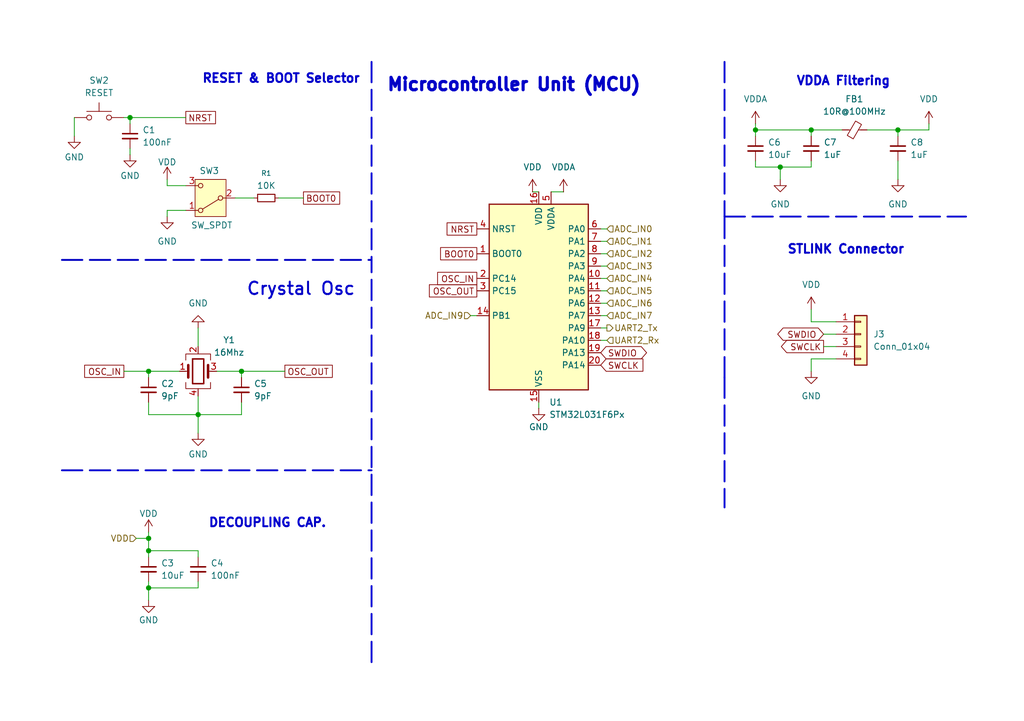
<source format=kicad_sch>
(kicad_sch (version 20250114) (generator "eeschema") (generator_version "9.0")
  (paper "A5")
  (lib_symbols
    (symbol "Connector_Generic:Conn_01x04" (pin_names (offset 1.016) (hide yes))
      (property "Reference" "J" (at 0 5.08 0))
      (property "Value" "Conn_01x04" (at 0 -7.62 0))
      (symbol "Conn_01x04_1_1"
        (rectangle (start -1.27 3.81) (end 1.27 -6.35) (stroke (width 0.254)) (fill (type background)))
        (rectangle (start -1.27 2.667) (end 0 2.413) (stroke (width 0.1524)))
        (rectangle (start -1.27 0.127) (end 0 -0.127) (stroke (width 0.1524)))
        (rectangle (start -1.27 -2.413) (end 0 -2.667) (stroke (width 0.1524)))
        (rectangle (start -1.27 -4.953) (end 0 -5.207) (stroke (width 0.1524)))
        (pin passive line (at -5.08 2.54 0) (length 3.81) (name "Pin_1") (number "1"))
        (pin passive line (at -5.08 0 0) (length 3.81) (name "Pin_2") (number "2"))
        (pin passive line (at -5.08 -2.54 0) (length 3.81) (name "Pin_3") (number "3"))
        (pin passive line (at -5.08 -5.08 0) (length 3.81) (name "Pin_4") (number "4"))
      )
    )
    (symbol "Device:C_Small" (pin_numbers (hide yes)) (pin_names (offset 0.254) (hide yes))
      (property "Reference" "C" (at 0.254 1.778 0))
      (property "Value" "C_Small" (at 0.254 -2.032 0))
      (symbol "C_Small_0_1"
        (polyline (pts (xy -1.524 0.508) (xy 1.524 0.508)) (stroke (width 0.3048)))
        (polyline (pts (xy -1.524 -0.508) (xy 1.524 -0.508)) (stroke (width 0.3302)))
      )
      (symbol "C_Small_1_1"
        (pin passive line (at 0 2.54 270) (length 2.032) (name "~") (number "1"))
        (pin passive line (at 0 -2.54 90) (length 2.032) (name "~") (number "2"))
      )
    )
    (symbol "Device:Crystal_GND24" (pin_names (offset 1.016) (hide yes))
      (property "Reference" "Y" (at 3.175 5.08 0))
      (property "Value" "Crystal_GND24" (at 3.175 3.175 0))
      (symbol "Crystal_GND24_0_1"
        (polyline (pts (xy -2.54 2.286) (xy -2.54 3.556) (xy 2.54 3.556) (xy 2.54 2.286)))
        (polyline (pts (xy -2.54 0) (xy -2.032 0)))
        (polyline (pts (xy -2.54 -2.286) (xy -2.54 -3.556) (xy 2.54 -3.556) (xy 2.54 -2.286)))
        (polyline (pts (xy -2.032 -1.27) (xy -2.032 1.27)) (stroke (width 0.508)))
        (rectangle (start -1.143 2.54) (end 1.143 -2.54) (stroke (width 0.3048)))
        (polyline (pts (xy 0 3.556) (xy 0 3.81)))
        (polyline (pts (xy 0 -3.81) (xy 0 -3.556)))
        (polyline (pts (xy 2.032 0) (xy 2.54 0)))
        (polyline (pts (xy 2.032 -1.27) (xy 2.032 1.27)) (stroke (width 0.508)))
      )
      (symbol "Crystal_GND24_1_1"
        (pin passive line (at -3.81 0 0) (length 1.27) (name "1") (number "1"))
        (pin passive line (at 0 5.08 270) (length 1.27) (name "2") (number "2"))
        (pin passive line (at 0 -5.08 90) (length 1.27) (name "4") (number "4"))
        (pin passive line (at 3.81 0 180) (length 1.27) (name "3") (number "3"))
      )
    )
    (symbol "Device:FerriteBead_Small" (pin_numbers (hide yes)) (pin_names (offset 0))
      (property "Reference" "FB" (at 1.905 1.27 0))
      (property "Value" "FerriteBead_Small" (at 1.905 -1.27 0))
      (symbol "FerriteBead_Small_0_1"
        (polyline (pts (xy -1.8288 0.2794) (xy -1.1176 1.4986) (xy 1.8288 -0.2032) (xy 1.1176 -1.4224) (xy -1.8288 0.2794)))
        (polyline (pts (xy 0 0.889) (xy 0 1.2954)))
        (polyline (pts (xy 0 -1.27) (xy 0 -0.7874)))
      )
      (symbol "FerriteBead_Small_1_1"
        (pin passive line (at 0 2.54 270) (length 1.27) (name "~") (number "1"))
        (pin passive line (at 0 -2.54 90) (length 1.27) (name "~") (number "2"))
      )
    )
    (symbol "Device:R_Small" (pin_numbers (hide yes)) (pin_names (offset 0.254) (hide yes))
      (property "Reference" "R" (at 0 0 90))
      (property "Value" "R_Small" (at 1.778 0 90))
      (symbol "R_Small_0_1"
        (rectangle (start -0.762 1.778) (end 0.762 -1.778) (stroke (width 0.2032)))
      )
      (symbol "R_Small_1_1"
        (pin passive line (at 0 2.54 270) (length 0.762) (name "~") (number "1"))
        (pin passive line (at 0 -2.54 90) (length 0.762) (name "~") (number "2"))
      )
    )
    (symbol "MCU_ST_STM32L0:STM32L031F6Px"
      (property "Reference" "U" (at -10.16 21.59 0))
      (property "Value" "STM32L031F6Px" (at 5.08 21.59 0))
      (symbol "STM32L031F6Px_0_1"
        (rectangle (start -10.16 -17.78) (end 10.16 20.32) (stroke (width 0.254)) (fill (type background)))
      )
      (symbol "STM32L031F6Px_1_1"
        (pin input line (at -12.7 15.24 0) (length 2.54) (name "NRST") (number "4"))
        (pin input line (at -12.7 10.16 0) (length 2.54) (name "BOOT0") (number "1"))
        (pin bidirectional line (at -12.7 5.08 0) (length 2.54) (name "PC14") (number "2"))
        (pin bidirectional line (at -12.7 2.54 0) (length 2.54) (name "PC15") (number "3"))
        (pin bidirectional line (at -12.7 -2.54 0) (length 2.54) (name "PB1") (number "14"))
        (pin power_in line (at 0 22.86 270) (length 2.54) (name "VDD") (number "16"))
        (pin power_in line (at 0 -20.32 90) (length 2.54) (name "VSS") (number "15"))
        (pin power_in line (at 2.54 22.86 270) (length 2.54) (name "VDDA") (number "5"))
        (pin bidirectional line (at 12.7 15.24 180) (length 2.54) (name "PA0") (number "6"))
        (pin bidirectional line (at 12.7 12.7 180) (length 2.54) (name "PA1") (number "7"))
        (pin bidirectional line (at 12.7 10.16 180) (length 2.54) (name "PA2") (number "8"))
        (pin bidirectional line (at 12.7 7.62 180) (length 2.54) (name "PA3") (number "9"))
        (pin bidirectional line (at 12.7 5.08 180) (length 2.54) (name "PA4") (number "10"))
        (pin bidirectional line (at 12.7 2.54 180) (length 2.54) (name "PA5") (number "11"))
        (pin bidirectional line (at 12.7 0 180) (length 2.54) (name "PA6") (number "12"))
        (pin bidirectional line (at 12.7 -2.54 180) (length 2.54) (name "PA7") (number "13"))
        (pin bidirectional line (at 12.7 -5.08 180) (length 2.54) (name "PA9") (number "17"))
        (pin bidirectional line (at 12.7 -7.62 180) (length 2.54) (name "PA10") (number "18"))
        (pin bidirectional line (at 12.7 -10.16 180) (length 2.54) (name "PA13") (number "19"))
        (pin bidirectional line (at 12.7 -12.7 180) (length 2.54) (name "PA14") (number "20"))
      )
    )
    (symbol "Switch:SW_Push" (pin_numbers (hide yes)) (pin_names (offset 1.016) (hide yes))
      (property "Reference" "SW" (at 1.27 2.54 0))
      (property "Value" "SW_Push" (at 0 -1.524 0))
      (symbol "SW_Push_0_1"
        (circle (center -2.032 0) (radius 0.508))
        (polyline (pts (xy 0 1.27) (xy 0 3.048)))
        (circle (center 2.032 0) (radius 0.508))
        (polyline (pts (xy 2.54 1.27) (xy -2.54 1.27)))
        (pin passive line (at -5.08 0 0) (length 2.54) (name "1") (number "1"))
        (pin passive line (at 5.08 0 180) (length 2.54) (name "2") (number "2"))
      )
    )
    (symbol "Switch:SW_SPDT" (pin_names (offset 0) (hide yes))
      (property "Reference" "SW" (at 0 5.08 0))
      (property "Value" "SW_SPDT" (at 0 -5.08 0))
      (symbol "SW_SPDT_0_1"
        (circle (center -2.032 0) (radius 0.4572))
        (polyline (pts (xy -1.651 0.254) (xy 1.651 2.286)))
        (circle (center 2.032 2.54) (radius 0.4572))
        (circle (center 2.032 -2.54) (radius 0.4572))
      )
      (symbol "SW_SPDT_1_1"
        (rectangle (start -3.175 3.81) (end 3.175 -3.81) (fill (type background)))
        (pin passive line (at -5.08 0 0) (length 2.54) (name "B") (number "2"))
        (pin passive line (at 5.08 2.54 180) (length 2.54) (name "A") (number "1"))
        (pin passive line (at 5.08 -2.54 180) (length 2.54) (name "C") (number "3"))
      )
    )
    (symbol "power:GND" (power) (pin_numbers (hide yes)) (pin_names (offset 0) (hide yes))
      (property "Value" "GND" (at 0 -3.81 0))
      (symbol "GND_0_1"
        (polyline (pts (xy 0 0) (xy 0 -1.27) (xy 1.27 -1.27) (xy 0 -2.54) (xy -1.27 -1.27) (xy 0 -1.27)))
      )
      (symbol "GND_1_1"
        (pin power_in line (at 0 0 270) (length 0) (name "~") (number "1"))
      )
    )
    (symbol "power:VDD" (power) (pin_numbers (hide yes)) (pin_names (offset 0) (hide yes))
      (property "Value" "VDD" (at 0 3.556 0))
      (symbol "VDD_0_1"
        (polyline (pts (xy -0.762 1.27) (xy 0 2.54)))
        (polyline (pts (xy 0 2.54) (xy 0.762 1.27)))
        (polyline (pts (xy 0 0) (xy 0 2.54)))
      )
      (symbol "VDD_1_1"
        (pin power_in line (at 0 0 90) (length 0) (name "~") (number "1"))
      )
    )
    (symbol "power:VDDA" (power) (pin_numbers (hide yes)) (pin_names (offset 0) (hide yes))
      (property "Value" "VDDA" (at 0 3.556 0))
      (symbol "VDDA_0_1"
        (polyline (pts (xy -0.762 1.27) (xy 0 2.54)))
        (polyline (pts (xy 0 2.54) (xy 0.762 1.27)))
        (polyline (pts (xy 0 0) (xy 0 2.54)))
      )
      (symbol "VDDA_1_1"
        (pin power_in line (at 0 0 90) (length 0) (name "~") (number "1"))
      )
    )
  )
  (text "VDDA Filtering" (at 172.974 16.764 0) (effects (font (size 1.778 1.778) (thickness 0.4064) (bold yes))))
  (text "Crystal Osc\n" (at 61.722 59.436 0) (effects (font (size 2.54 2.54) (thickness 0.4064) (bold yes))))
  (text "DECOUPLING CAP.\n" (at 54.864 107.442 0) (effects (font (size 1.778 1.778) (thickness 0.4064) (bold yes))))
  (text "RESET & BOOT Selector" (at 57.658 16.256 0) (effects (font (size 1.778 1.778) (thickness 0.4064) (bold yes))))
  (text "Microcontroller Unit (MCU)" (at 105.41 17.526 0) (effects (font (size 2.54 2.54) (thickness 0.762) (bold yes))))
  (text "STLINK Connector" (at 173.482 51.308 0) (effects (font (size 1.778 1.778) (thickness 0.4064) (bold yes))))
  (junction (at 40.64 85.09))
  (junction (at 184.15 26.67))
  (junction (at 30.48 76.2))
  (junction (at 160.02 34.29))
  (junction (at 30.48 110.49))
  (junction (at 26.67 24.13))
  (junction (at 166.37 26.67))
  (junction (at 154.94 26.67))
  (junction (at 30.48 120.65))
  (junction (at 30.48 113.03))
  (junction (at 49.53 76.2))
  (wire (pts (xy 124.46 64.77) (xy 123.19 64.77)))
  (wire (pts (xy 154.94 27.94) (xy 154.94 26.67)))
  (polyline (pts (xy 148.59 77.47) (xy 148.59 104.14)) (stroke (width 0.381) (type dash)))
  (wire (pts (xy 124.46 67.31) (xy 123.19 67.31)))
  (wire (pts (xy 154.94 26.67) (xy 154.94 25.4)))
  (wire (pts (xy 177.8 26.67) (xy 184.15 26.67)))
  (wire (pts (xy 27.94 110.49) (xy 30.48 110.49)))
  (wire (pts (xy 34.29 38.1) (xy 38.1 38.1)))
  (wire (pts (xy 15.24 24.13) (xy 15.24 27.94)))
  (wire (pts (xy 40.64 120.65) (xy 40.64 119.38)))
  (polyline (pts (xy 12.7 96.52) (xy 76.2 96.52)) (stroke (width 0.381) (type dash)))
  (wire (pts (xy 154.94 34.29) (xy 154.94 33.02)))
  (polyline (pts (xy 76.2 12.7) (xy 76.2 53.34)) (stroke (width 0.381) (type dash)))
  (wire (pts (xy 34.29 44.45) (xy 34.29 43.18)))
  (wire (pts (xy 96.52 64.77) (xy 97.79 64.77)))
  (wire (pts (xy 30.48 110.49) (xy 30.48 113.03)))
  (wire (pts (xy 25.4 24.13) (xy 26.67 24.13)))
  (wire (pts (xy 166.37 66.04) (xy 171.45 66.04)))
  (wire (pts (xy 160.02 34.29) (xy 154.94 34.29)))
  (polyline (pts (xy 12.7 53.34) (xy 76.2 53.34)) (stroke (width 0.381) (type dash)))
  (wire (pts (xy 166.37 34.29) (xy 166.37 33.02)))
  (wire (pts (xy 124.46 59.69) (xy 123.19 59.69)))
  (wire (pts (xy 30.48 109.22) (xy 30.48 110.49)))
  (polyline (pts (xy 148.59 12.7) (xy 148.59 44.45)) (stroke (width 0.381) (type dash)))
  (wire (pts (xy 30.48 120.65) (xy 40.64 120.65)))
  (wire (pts (xy 49.53 76.2) (xy 58.42 76.2)))
  (wire (pts (xy 110.49 83.82) (xy 110.49 82.55)))
  (wire (pts (xy 30.48 113.03) (xy 40.64 113.03)))
  (wire (pts (xy 166.37 63.5) (xy 166.37 66.04)))
  (wire (pts (xy 160.02 34.29) (xy 166.37 34.29)))
  (wire (pts (xy 30.48 120.65) (xy 30.48 119.38)))
  (wire (pts (xy 48.26 40.64) (xy 52.07 40.64)))
  (wire (pts (xy 115.57 39.37) (xy 113.03 39.37)))
  (wire (pts (xy 184.15 26.67) (xy 190.5 26.67)))
  (wire (pts (xy 124.46 54.61) (xy 123.19 54.61)))
  (wire (pts (xy 40.64 113.03) (xy 40.64 114.3)))
  (wire (pts (xy 40.64 88.9) (xy 40.64 85.09)))
  (wire (pts (xy 160.02 36.83) (xy 160.02 34.29)))
  (polyline (pts (xy 148.59 77.47) (xy 148.59 44.45)) (stroke (width 0.381) (type dash)))
  (wire (pts (xy 168.91 71.12) (xy 171.45 71.12)))
  (wire (pts (xy 124.46 46.99) (xy 123.19 46.99)))
  (wire (pts (xy 168.91 68.58) (xy 171.45 68.58)))
  (wire (pts (xy 166.37 26.67) (xy 172.72 26.67)))
  (wire (pts (xy 30.48 77.47) (xy 30.48 76.2)))
  (wire (pts (xy 30.48 120.65) (xy 30.48 123.19)))
  (wire (pts (xy 40.64 81.28) (xy 40.64 85.09)))
  (wire (pts (xy 184.15 36.83) (xy 184.15 33.02)))
  (wire (pts (xy 49.53 76.2) (xy 49.53 77.47)))
  (wire (pts (xy 30.48 76.2) (xy 36.83 76.2)))
  (wire (pts (xy 49.53 82.55) (xy 49.53 85.09)))
  (wire (pts (xy 30.48 82.55) (xy 30.48 85.09)))
  (wire (pts (xy 190.5 25.4) (xy 190.5 26.67)))
  (wire (pts (xy 124.46 52.07) (xy 123.19 52.07)))
  (wire (pts (xy 124.46 49.53) (xy 123.19 49.53)))
  (wire (pts (xy 166.37 76.2) (xy 166.37 73.66)))
  (wire (pts (xy 109.22 39.37) (xy 110.49 39.37)))
  (wire (pts (xy 34.29 36.83) (xy 34.29 38.1)))
  (polyline (pts (xy 76.2 135.89) (xy 76.2 53.34)) (stroke (width 0.381) (type dash)))
  (wire (pts (xy 49.53 85.09) (xy 40.64 85.09)))
  (wire (pts (xy 124.46 69.85) (xy 123.19 69.85)))
  (wire (pts (xy 40.64 67.31) (xy 40.64 71.12)))
  (wire (pts (xy 62.23 40.64) (xy 57.15 40.64)))
  (wire (pts (xy 154.94 26.67) (xy 166.37 26.67)))
  (polyline (pts (xy 148.59 44.45) (xy 198.12 44.45)) (stroke (width 0.381) (type dash)))
  (wire (pts (xy 166.37 73.66) (xy 171.45 73.66)))
  (wire (pts (xy 26.67 31.75) (xy 26.67 30.48)))
  (wire (pts (xy 26.67 24.13) (xy 38.1 24.13)))
  (wire (pts (xy 26.67 25.4) (xy 26.67 24.13)))
  (wire (pts (xy 184.15 27.94) (xy 184.15 26.67)))
  (wire (pts (xy 30.48 85.09) (xy 40.64 85.09)))
  (wire (pts (xy 34.29 43.18) (xy 38.1 43.18)))
  (wire (pts (xy 124.46 62.23) (xy 123.19 62.23)))
  (wire (pts (xy 124.46 57.15) (xy 123.19 57.15)))
  (wire (pts (xy 30.48 113.03) (xy 30.48 114.3)))
  (wire (pts (xy 25.4 76.2) (xy 30.48 76.2)))
  (wire (pts (xy 166.37 26.67) (xy 166.37 27.94)))
  (wire (pts (xy 44.45 76.2) (xy 49.53 76.2)))
  (global_label "SWCLK" (shape output) (at 168.91 71.12 180) (property "Intersheetrefs" "${INTERSHEET_REFS}" (effects (hide yes))))
  (global_label "NRST" (shape passive) (at 97.79 46.99 180) (property "Intersheetrefs" "${INTERSHEET_REFS}" (effects (hide yes))))
  (global_label "OSC_IN" (shape passive) (at 25.4 76.2 180) (property "Intersheetrefs" "${INTERSHEET_REFS}" (effects (hide yes))))
  (global_label "NRST" (shape passive) (at 38.1 24.13 0) (property "Intersheetrefs" "${INTERSHEET_REFS}" (effects (hide yes))))
  (global_label "OSC_IN" (shape passive) (at 97.79 57.15 180) (property "Intersheetrefs" "${INTERSHEET_REFS}" (effects (hide yes))))
  (global_label "SWDIO" (shape bidirectional) (at 123.19 72.39 0) (property "Intersheetrefs" "${INTERSHEET_REFS}" (effects (hide yes))))
  (global_label "OSC_OUT" (shape passive) (at 97.79 59.69 180) (property "Intersheetrefs" "${INTERSHEET_REFS}" (effects (hide yes))))
  (global_label "BOOT0" (shape passive) (at 62.23 40.64 0) (property "Intersheetrefs" "${INTERSHEET_REFS}" (effects (hide yes))))
  (global_label "SWCLK" (shape input) (at 123.19 74.93 0) (property "Intersheetrefs" "${INTERSHEET_REFS}" (effects (hide yes))))
  (global_label "OSC_OUT" (shape passive) (at 58.42 76.2 0) (property "Intersheetrefs" "${INTERSHEET_REFS}" (effects (hide yes))))
  (global_label "SWDIO" (shape bidirectional) (at 168.91 68.58 180) (property "Intersheetrefs" "${INTERSHEET_REFS}" (effects (hide yes))))
  (global_label "BOOT0" (shape passive) (at 97.79 52.07 180) (property "Intersheetrefs" "${INTERSHEET_REFS}" (effects (hide yes))))
  (hierarchical_label "ADC_IN3" (shape input) (at 124.46 54.61 0))
  (hierarchical_label "ADC_IN5" (shape input) (at 124.46 59.69 0))
  (hierarchical_label "ADC_IN7" (shape input) (at 124.46 64.77 0))
  (hierarchical_label "ADC_IN6" (shape input) (at 124.46 62.23 0))
  (hierarchical_label "ADC_IN2" (shape input) (at 124.46 52.07 0))
  (hierarchical_label "ADC_IN4" (shape input) (at 124.46 57.15 0))
  (hierarchical_label "VDD" (shape input) (at 27.94 110.49 180))
  (hierarchical_label "UART2_Rx" (shape input) (at 124.46 69.85 0))
  (hierarchical_label "UART2_Tx" (shape output) (at 124.46 67.31 0))
  (hierarchical_label "ADC_IN0" (shape input) (at 124.46 46.99 0))
  (hierarchical_label "ADC_IN9" (shape input) (at 96.52 64.77 180))
  (hierarchical_label "ADC_IN1" (shape input) (at 124.46 49.53 0))
  (symbol (lib_id "power:GND") (at 160.02 36.83 0) (unit 1)
    (property "Reference" "#PWR030" (effects (hide yes)))
    (property "Value" "GND" (at 160.02 41.91 0))
    (property "Description" "Power symbol creates a global label with name \"GND\" , ground" (effects (hide yes)))
  )
  (symbol (lib_id "power:GND") (at 26.67 31.75 0) (unit 1)
    (property "Reference" "#PWR019" (effects (hide yes)))
    (property "Value" "GND" (at 26.67 36.068 0))
    (property "Description" "Power symbol creates a global label with name \"GND\" , ground" (effects (hide yes)))
  )
  (symbol (lib_id "power:GND") (at 30.48 123.19 0) (unit 1)
    (property "Reference" "#PWR021" (effects (hide yes)))
    (property "Value" "GND" (at 30.48 127.254 0))
    (property "Description" "Power symbol creates a global label with name \"GND\" , ground" (effects (hide yes)))
  )
  (symbol (lib_id "power:GND") (at 184.15 36.83 0) (unit 1)
    (property "Reference" "#PWR033" (effects (hide yes)))
    (property "Value" "GND" (at 184.15 41.91 0))
    (property "Description" "Power symbol creates a global label with name \"GND\" , ground" (effects (hide yes)))
  )
  (symbol (lib_id "power:GND") (at 15.24 27.94 0) (unit 1)
    (property "Reference" "#PWR018" (effects (hide yes)))
    (property "Value" "GND" (at 15.24 32.258 0))
    (property "Description" "Power symbol creates a global label with name \"GND\" , ground" (effects (hide yes)))
  )
  (symbol (lib_id "Device:C_Small") (at 40.64 116.84 0) (unit 1)
    (property "Reference" "C4" (at 43.18 115.5762 0) (effects (justify left)))
    (property "Value" "100nF" (at 43.18 118.1162 0) (effects (justify left)))
    (property "Footprint" "Capacitor_SMD:C_0805_2012Metric_Pad1.18x1.45mm_HandSolder" (effects (hide yes)))
    (property "Description" "Unpolarized capacitor, small symbol" (effects (hide yes)))
  )
  (symbol (lib_id "power:VDD") (at 166.37 63.5 0) (unit 1)
    (property "Reference" "#PWR031" (effects (hide yes)))
    (property "Value" "VDD" (at 166.37 58.42 0))
    (property "Description" "Power symbol creates a global label with name \"VDD\"" (effects (hide yes)))
  )
  (symbol (lib_id "power:VDD") (at 34.29 36.83 0) (unit 1)
    (property "Reference" "#PWR022" (effects (hide yes)))
    (property "Value" "VDD" (at 34.29 33.274 0))
    (property "Description" "Power symbol creates a global label with name \"VDD\"" (effects (hide yes)))
  )
  (symbol (lib_id "Device:R_Small") (at 54.61 40.64 90) (unit 1)
    (property "Reference" "R1" (at 54.61 35.56 90) (effects (font (size 1.016 1.016))))
    (property "Value" "10K" (at 54.61 38.1 90))
    (property "Footprint" "Resistor_SMD:R_0805_2012Metric_Pad1.20x1.40mm_HandSolder" (effects (hide yes)))
    (property "Description" "Resistor, small symbol" (effects (hide yes)))
  )
  (symbol (lib_id "power:GND") (at 40.64 67.31 180) (unit 1)
    (property "Reference" "#PWR024" (effects (hide yes)))
    (property "Value" "GND" (at 40.64 62.23 0))
    (property "Description" "Power symbol creates a global label with name \"GND\" , ground" (effects (hide yes)))
  )
  (symbol (lib_id "power:GND") (at 166.37 76.2 0) (unit 1)
    (property "Reference" "#PWR032" (effects (hide yes)))
    (property "Value" "GND" (at 166.37 81.28 0))
    (property "Description" "Power symbol creates a global label with name \"GND\" , ground" (effects (hide yes)))
  )
  (symbol (lib_id "Device:C_Small") (at 184.15 30.48 0) (unit 1)
    (property "Reference" "C8" (at 186.69 29.2162 0) (effects (justify left)))
    (property "Value" "1uF" (at 186.69 31.7562 0) (effects (justify left)))
    (property "Footprint" "Capacitor_SMD:C_0805_2012Metric_Pad1.18x1.45mm_HandSolder" (effects (hide yes)))
    (property "Description" "Unpolarized capacitor, small symbol" (effects (hide yes)))
  )
  (symbol (lib_id "power:VDD") (at 109.22 39.37 0) (unit 1)
    (property "Reference" "#PWR026" (effects (hide yes)))
    (property "Value" "VDD" (at 109.22 34.29 0))
    (property "Description" "Power symbol creates a global label with name \"VDD\"" (effects (hide yes)))
  )
  (symbol (lib_id "Device:C_Small") (at 30.48 116.84 0) (unit 1)
    (property "Reference" "C3" (at 33.02 115.5762 0) (effects (justify left)))
    (property "Value" "10uF" (at 33.02 118.1162 0) (effects (justify left)))
    (property "Footprint" "Capacitor_SMD:C_0805_2012Metric_Pad1.18x1.45mm_HandSolder" (effects (hide yes)))
    (property "Description" "Unpolarized capacitor, small symbol" (effects (hide yes)))
  )
  (symbol (lib_id "Device:C_Small") (at 154.94 30.48 0) (unit 1)
    (property "Reference" "C6" (at 157.48 29.2162 0) (effects (justify left)))
    (property "Value" "10uF" (at 157.48 31.7562 0) (effects (justify left)))
    (property "Footprint" "Capacitor_SMD:C_0805_2012Metric_Pad1.18x1.45mm_HandSolder" (effects (hide yes)))
    (property "Description" "Unpolarized capacitor, small symbol" (effects (hide yes)))
  )
  (symbol (lib_id "power:VDD") (at 190.5 25.4 0) (unit 1)
    (property "Reference" "#PWR034" (effects (hide yes)))
    (property "Value" "VDD" (at 190.5 20.32 0))
    (property "Description" "Power symbol creates a global label with name \"VDD\"" (effects (hide yes)))
  )
  (symbol (lib_id "power:GND") (at 40.64 88.9 0) (unit 1)
    (property "Reference" "#PWR025" (effects (hide yes)))
    (property "Value" "GND" (at 40.64 93.218 0))
    (property "Description" "Power symbol creates a global label with name \"GND\" , ground" (effects (hide yes)))
  )
  (symbol (lib_id "power:GND") (at 110.49 83.82 0) (unit 1)
    (property "Reference" "#PWR027" (effects (hide yes)))
    (property "Value" "GND" (at 110.49 87.63 0))
    (property "Description" "Power symbol creates a global label with name \"GND\" , ground" (effects (hide yes)))
  )
  (symbol (lib_id "Device:C_Small") (at 26.67 27.94 0) (unit 1)
    (property "Reference" "C1" (at 29.21 26.6762 0) (effects (justify left)))
    (property "Value" "100nF" (at 29.21 29.2162 0) (effects (justify left)))
    (property "Footprint" "Capacitor_SMD:C_0805_2012Metric_Pad1.18x1.45mm_HandSolder" (effects (hide yes)))
    (property "Description" "Unpolarized capacitor, small symbol" (effects (hide yes)))
  )
  (symbol (lib_id "Device:Crystal_GND24") (at 40.64 76.2 0) (unit 1)
    (property "Reference" "Y1" (at 46.99 69.7798 0))
    (property "Value" "16Mhz" (at 46.99 72.3198 0))
    (property "Footprint" "Crystal:Crystal_SMD_2016-4Pin_2.0x1.6mm" (effects (hide yes)))
    (property "Description" "Four pin crystal, GND on pins 2 and 4" (effects (hide yes)))
  )
  (symbol (lib_id "MCU_ST_STM32L0:STM32L031F6Px") (at 110.49 62.23 0) (unit 1)
    (property "Reference" "U1" (at 112.6333 82.55 0) (effects (justify left)))
    (property "Value" "STM32L031F6Px" (at 112.6333 85.09 0) (effects (justify left)))
    (property "Footprint" "Package_SO:TSSOP-20_4.4x6.5mm_P0.65mm" (effects (hide yes)))
    (property "Datasheet" "https://www.st.com/resource/en/datasheet/stm32l031f6.pdf" (effects (hide yes)))
    (property "Description" "STMicroelectronics Arm Cortex-M0+ MCU, 32KB flash, 8KB RAM, 32 MHz, 1.65-3.6V, 15 GPIO, TSSOP20" (effects (hide yes)))
  )
  (symbol (lib_id "power:GND") (at 34.29 44.45 0) (unit 1)
    (property "Reference" "#PWR023" (effects (hide yes)))
    (property "Value" "GND" (at 34.29 49.53 0))
    (property "Description" "Power symbol creates a global label with name \"GND\" , ground" (effects (hide yes)))
  )
  (symbol (lib_id "Device:C_Small") (at 49.53 80.01 0) (unit 1)
    (property "Reference" "C5" (at 52.07 78.7462 0) (effects (justify left)))
    (property "Value" "9pF" (at 52.07 81.2862 0) (effects (justify left)))
    (property "Footprint" "Capacitor_SMD:C_0805_2012Metric_Pad1.18x1.45mm_HandSolder" (effects (hide yes)))
    (property "Description" "Unpolarized capacitor, small symbol" (effects (hide yes)))
  )
  (symbol (lib_id "Connector_Generic:Conn_01x04") (at 176.53 68.58 0) (unit 1)
    (property "Reference" "J3" (at 179.07 68.5799 0) (effects (justify left)))
    (property "Value" "Conn_01x04" (at 179.07 71.1199 0) (effects (justify left)))
    (property "Footprint" "Connector_PinHeader_2.54mm:PinHeader_1x04_P2.54mm_Vertical" (effects (hide yes)))
    (property "Description" "Generic connector, single row, 01x04, script generated (kicad-library-utils/schlib/autogen/connector/)" (effects (hide yes)))
  )
  (symbol (lib_id "Switch:SW_SPDT") (at 43.18 40.64 180) (unit 1)
    (property "Reference" "SW3" (at 42.926 35.052 0))
    (property "Value" "SW_SPDT" (at 43.434 46.228 0))
    (property "Footprint" "Connector_PinHeader_2.54mm:PinHeader_1x03_P2.54mm_Vertical" (effects (hide yes)))
    (property "Description" "Switch, single pole double throw" (effects (hide yes)))
  )
  (symbol (lib_id "Device:FerriteBead_Small") (at 175.26 26.67 90) (unit 1)
    (property "Reference" "FB1" (at 175.2219 20.32 90))
    (property "Value" "10R@100MHz" (at 175.2219 22.86 90))
    (property "Footprint" "Inductor_SMD:L_0402_1005Metric_Pad0.77x0.64mm_HandSolder" (effects (hide yes)))
    (property "Description" "Ferrite bead, small symbol" (effects (hide yes)))
  )
  (symbol (lib_id "Device:C_Small") (at 30.48 80.01 0) (unit 1)
    (property "Reference" "C2" (at 33.02 78.7462 0) (effects (justify left)))
    (property "Value" "9pF" (at 33.02 81.2862 0) (effects (justify left)))
    (property "Footprint" "Capacitor_SMD:C_0805_2012Metric_Pad1.18x1.45mm_HandSolder" (effects (hide yes)))
    (property "Description" "Unpolarized capacitor, small symbol" (effects (hide yes)))
  )
  (symbol (lib_id "Device:C_Small") (at 166.37 30.48 0) (unit 1)
    (property "Reference" "C7" (at 168.91 29.2162 0) (effects (justify left)))
    (property "Value" "1uF" (at 168.91 31.7562 0) (effects (justify left)))
    (property "Footprint" "Capacitor_SMD:C_0805_2012Metric_Pad1.18x1.45mm_HandSolder" (effects (hide yes)))
    (property "Description" "Unpolarized capacitor, small symbol" (effects (hide yes)))
  )
  (symbol (lib_id "power:VDDA") (at 30.48 109.22 0) (unit 1)
    (property "Reference" "#PWR020" (effects (hide yes)))
    (property "Value" "VDD" (at 30.48 105.41 0))
    (property "Description" "Power symbol creates a global label with name \"VDDA\"" (effects (hide yes)))
  )
  (symbol (lib_id "power:VDDA") (at 115.57 39.37 0) (unit 1)
    (property "Reference" "#PWR028" (effects (hide yes)))
    (property "Value" "VDDA" (at 115.57 34.29 0))
    (property "Description" "Power symbol creates a global label with name \"VDDA\"" (effects (hide yes)))
  )
  (symbol (lib_id "power:VDDA") (at 154.94 25.4 0) (unit 1)
    (property "Reference" "#PWR029" (effects (hide yes)))
    (property "Value" "VDDA" (at 154.94 20.32 0))
    (property "Description" "Power symbol creates a global label with name \"VDDA\"" (effects (hide yes)))
  )
  (symbol (lib_id "Switch:SW_Push") (at 20.32 24.13 0) (unit 1)
    (property "Reference" "SW2" (at 20.32 16.51 0))
    (property "Value" "RESET" (at 20.32 19.05 0))
    (property "Footprint" "Button_Switch_SMD:SW_Push_1P1T_XKB_TS-1187A" (effects (hide yes)))
    (property "Description" "Push button switch, generic, two pins" (effects (hide yes)))
  )
)
</source>
